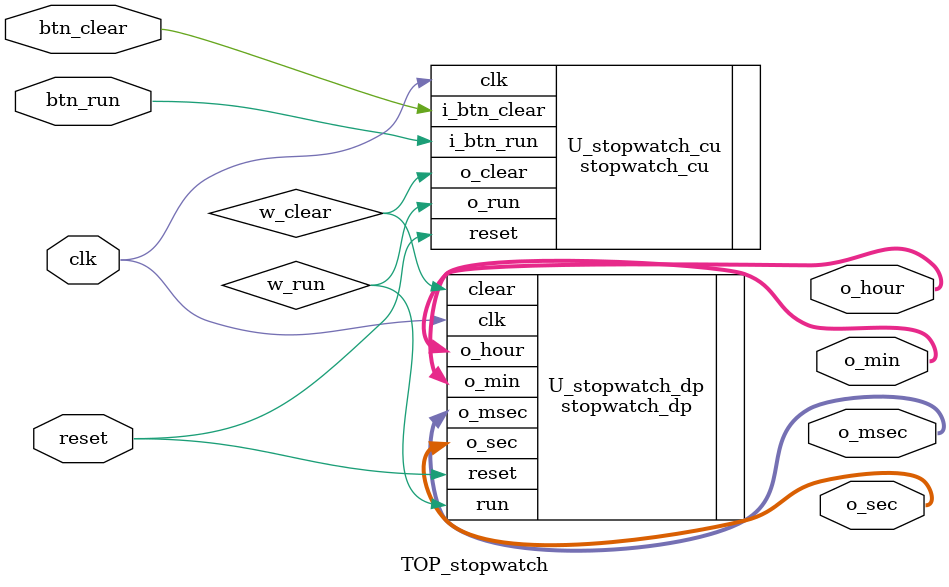
<source format=v>
`timescale 1ns / 1ps

module TOP_stopwatch(
    input clk,
    input reset,
    input btn_run,
    input btn_clear,
    output [6:0] o_msec, 
    output [5:0] o_sec, 
    output [5:0] o_min,
    output [4:0] o_hour
);
    wire w_run, w_clear;

    stopwatch_cu U_stopwatch_cu(
        .clk(clk),
        .reset(reset),
        .i_btn_run(btn_run),
        .i_btn_clear(btn_clear),
        .o_run(w_run),
        .o_clear(w_clear)
    );

    stopwatch_dp U_stopwatch_dp(
        .clk(clk),
        .reset(reset),
        .run(w_run),
        .clear(w_clear),
        .o_msec(o_msec),
        .o_sec(o_sec),
        .o_min(o_min),
        .o_hour(o_hour)                
    );
endmodule
</source>
